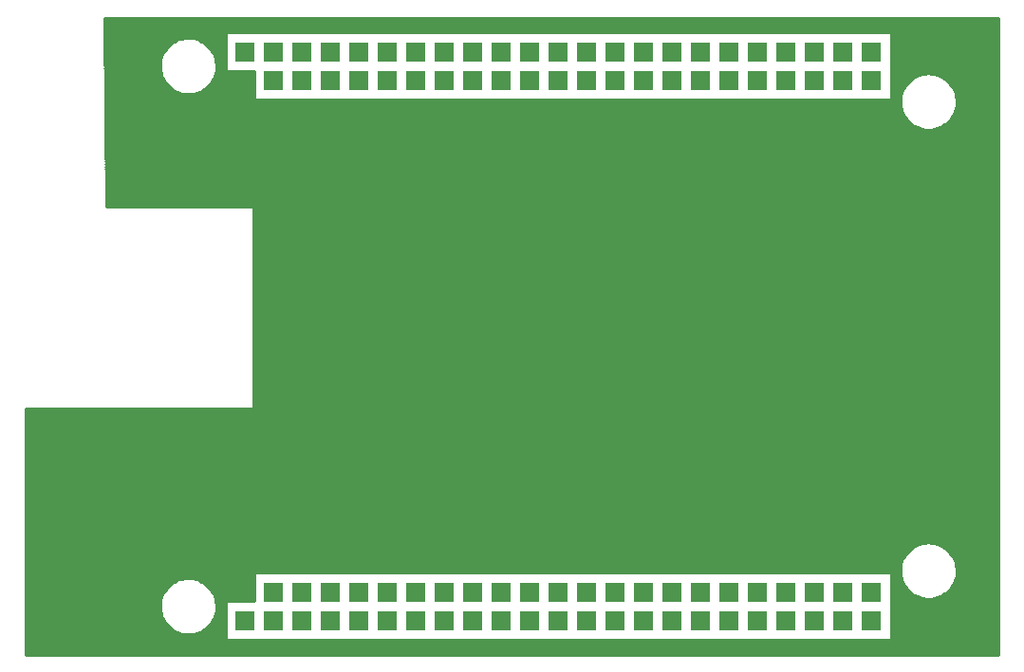
<source format=gbr>
G04 DipTrace 2.4.0.2*
%INBottom.gbr*%
%MOIN*%
%ADD13C,0.01*%
%ADD14R,0.065X0.065*%
%FSLAX44Y44*%
G04*
G70*
G90*
G75*
G01*
%LNBottom*%
%LPD*%
X23751Y36526D2*
D13*
X55131D1*
X23752Y36427D2*
X55131D1*
X23752Y36329D2*
X55131D1*
X23754Y36230D2*
X55131D1*
X23755Y36131D2*
X55131D1*
X23755Y36033D2*
X27992D1*
X51388D2*
X55131D1*
X23757Y35934D2*
X27992D1*
X51388D2*
X55131D1*
X23757Y35835D2*
X26295D1*
X27085D2*
X27992D1*
X51388D2*
X55131D1*
X23759Y35737D2*
X26115D1*
X27265D2*
X27992D1*
X51388D2*
X55131D1*
X23760Y35638D2*
X25995D1*
X27385D2*
X27992D1*
X51388D2*
X55131D1*
X23760Y35539D2*
X25906D1*
X27474D2*
X27992D1*
X51388D2*
X55131D1*
X23762Y35441D2*
X25837D1*
X27543D2*
X27992D1*
X51388D2*
X55131D1*
X23762Y35342D2*
X25784D1*
X27596D2*
X27992D1*
X51388D2*
X55131D1*
X23763Y35243D2*
X25743D1*
X27637D2*
X27992D1*
X51388D2*
X55131D1*
X23763Y35145D2*
X25715D1*
X27665D2*
X27992D1*
X51388D2*
X55131D1*
X23765Y35046D2*
X25698D1*
X27682D2*
X27992D1*
X51388D2*
X55131D1*
X23766Y34947D2*
X25692D1*
X27688D2*
X27992D1*
X51388D2*
X55131D1*
X23766Y34848D2*
X25695D1*
X27685D2*
X27992D1*
X51388D2*
X55131D1*
X23768Y34750D2*
X25707D1*
X27673D2*
X27992D1*
X51388D2*
X55131D1*
X23768Y34651D2*
X25729D1*
X27651D2*
X28992D1*
X51388D2*
X52523D1*
X52857D2*
X55131D1*
X23770Y34552D2*
X25764D1*
X27616D2*
X28992D1*
X51388D2*
X52225D1*
X53155D2*
X55131D1*
X23771Y34454D2*
X25810D1*
X27570D2*
X28992D1*
X51388D2*
X52071D1*
X53309D2*
X55131D1*
X23771Y34355D2*
X25871D1*
X27509D2*
X28992D1*
X51388D2*
X51962D1*
X53418D2*
X55131D1*
X23773Y34256D2*
X25951D1*
X27429D2*
X28992D1*
X51388D2*
X51881D1*
X53499D2*
X55131D1*
X23773Y34158D2*
X26056D1*
X27324D2*
X28992D1*
X51388D2*
X51817D1*
X53563D2*
X55131D1*
X23774Y34059D2*
X26203D1*
X27177D2*
X28992D1*
X51388D2*
X51768D1*
X53612D2*
X55131D1*
X23776Y33960D2*
X26462D1*
X26918D2*
X28992D1*
X51388D2*
X51734D1*
X53646D2*
X55131D1*
X23776Y33862D2*
X28992D1*
X51388D2*
X51709D1*
X53671D2*
X55131D1*
X23777Y33763D2*
X28992D1*
X51388D2*
X51695D1*
X53685D2*
X55131D1*
X23777Y33664D2*
X51692D1*
X53688D2*
X55131D1*
X23779Y33566D2*
X51698D1*
X53682D2*
X55131D1*
X23779Y33467D2*
X51714D1*
X53666D2*
X55131D1*
X23780Y33368D2*
X51740D1*
X53640D2*
X55131D1*
X23782Y33269D2*
X51778D1*
X53602D2*
X55131D1*
X23782Y33171D2*
X51829D1*
X53551D2*
X55131D1*
X23784Y33072D2*
X51896D1*
X53484D2*
X55131D1*
X23784Y32973D2*
X51982D1*
X53398D2*
X55131D1*
X23785Y32875D2*
X52100D1*
X53280D2*
X55131D1*
X23787Y32776D2*
X52268D1*
X53112D2*
X55131D1*
X23787Y32677D2*
X55131D1*
X23788Y32579D2*
X55131D1*
X23788Y32480D2*
X55131D1*
X23790Y32381D2*
X55131D1*
X23790Y32283D2*
X55131D1*
X23791Y32184D2*
X55131D1*
X23793Y32085D2*
X55131D1*
X23793Y31987D2*
X55131D1*
X23795Y31888D2*
X55131D1*
X23795Y31789D2*
X55131D1*
X23796Y31690D2*
X55131D1*
X23798Y31592D2*
X55131D1*
X23798Y31493D2*
X55131D1*
X23799Y31394D2*
X55131D1*
X23799Y31296D2*
X55131D1*
X23801Y31197D2*
X55131D1*
X23801Y31098D2*
X55131D1*
X23802Y31000D2*
X55131D1*
X23804Y30901D2*
X55131D1*
X23804Y30802D2*
X55131D1*
X23805Y30704D2*
X55131D1*
X23805Y30605D2*
X55131D1*
X23807Y30506D2*
X55131D1*
X23809Y30408D2*
X55131D1*
X23809Y30309D2*
X55131D1*
X23810Y30210D2*
X55131D1*
X23810Y30111D2*
X55131D1*
X23812Y30013D2*
X55131D1*
X28999Y29914D2*
X55131D1*
X28999Y29815D2*
X55131D1*
X28999Y29717D2*
X55131D1*
X28999Y29618D2*
X55131D1*
X28999Y29519D2*
X55131D1*
X28999Y29421D2*
X55131D1*
X28999Y29322D2*
X55131D1*
X28999Y29223D2*
X55131D1*
X28999Y29125D2*
X55131D1*
X28999Y29026D2*
X55131D1*
X28999Y28927D2*
X55131D1*
X28999Y28829D2*
X55131D1*
X28999Y28730D2*
X55131D1*
X28999Y28631D2*
X55131D1*
X28999Y28532D2*
X55131D1*
X28999Y28434D2*
X55131D1*
X28999Y28335D2*
X55131D1*
X28999Y28236D2*
X55131D1*
X28999Y28138D2*
X55131D1*
X28999Y28039D2*
X55131D1*
X28999Y27940D2*
X55131D1*
X28999Y27842D2*
X55131D1*
X28999Y27743D2*
X55131D1*
X28999Y27644D2*
X55131D1*
X28999Y27546D2*
X55131D1*
X28999Y27447D2*
X55131D1*
X28999Y27348D2*
X55131D1*
X28999Y27250D2*
X55131D1*
X28999Y27151D2*
X55131D1*
X28999Y27052D2*
X55131D1*
X28999Y26953D2*
X55131D1*
X28999Y26855D2*
X55131D1*
X28999Y26756D2*
X55131D1*
X28999Y26657D2*
X55131D1*
X28999Y26559D2*
X55131D1*
X28999Y26460D2*
X55131D1*
X28999Y26361D2*
X55131D1*
X28999Y26263D2*
X55131D1*
X28999Y26164D2*
X55131D1*
X28999Y26065D2*
X55131D1*
X28999Y25967D2*
X55131D1*
X28999Y25868D2*
X55131D1*
X28999Y25769D2*
X55131D1*
X28999Y25671D2*
X55131D1*
X28999Y25572D2*
X55131D1*
X28999Y25473D2*
X55131D1*
X28999Y25374D2*
X55131D1*
X28999Y25276D2*
X55131D1*
X28999Y25177D2*
X55131D1*
X28999Y25078D2*
X55131D1*
X28999Y24980D2*
X55131D1*
X28999Y24881D2*
X55131D1*
X28999Y24782D2*
X55131D1*
X28999Y24684D2*
X55131D1*
X28999Y24585D2*
X55131D1*
X28999Y24486D2*
X55131D1*
X28999Y24388D2*
X55131D1*
X28999Y24289D2*
X55131D1*
X28999Y24190D2*
X55131D1*
X28999Y24092D2*
X55131D1*
X28999Y23993D2*
X55131D1*
X28999Y23894D2*
X55131D1*
X28999Y23795D2*
X55131D1*
X28999Y23697D2*
X55131D1*
X28999Y23598D2*
X55131D1*
X28999Y23499D2*
X55131D1*
X28999Y23401D2*
X55131D1*
X28999Y23302D2*
X55131D1*
X28999Y23203D2*
X55131D1*
X28999Y23105D2*
X55131D1*
X28999Y23006D2*
X55131D1*
X28996Y22907D2*
X55131D1*
X21000Y22809D2*
X55131D1*
X21000Y22710D2*
X55131D1*
X21000Y22611D2*
X55131D1*
X21000Y22513D2*
X55131D1*
X21000Y22414D2*
X55131D1*
X21000Y22315D2*
X55131D1*
X21000Y22216D2*
X55131D1*
X21000Y22118D2*
X55131D1*
X21000Y22019D2*
X55131D1*
X21000Y21920D2*
X55131D1*
X21000Y21822D2*
X55131D1*
X21000Y21723D2*
X55131D1*
X21000Y21624D2*
X55131D1*
X21000Y21526D2*
X55131D1*
X21000Y21427D2*
X55131D1*
X21000Y21328D2*
X55131D1*
X21000Y21230D2*
X55131D1*
X21000Y21131D2*
X55131D1*
X21000Y21032D2*
X55131D1*
X21000Y20933D2*
X55131D1*
X21000Y20835D2*
X55131D1*
X21000Y20736D2*
X55131D1*
X21000Y20637D2*
X55131D1*
X21000Y20539D2*
X55131D1*
X21000Y20440D2*
X55131D1*
X21000Y20341D2*
X55131D1*
X21000Y20243D2*
X55131D1*
X21000Y20144D2*
X55131D1*
X21000Y20045D2*
X55131D1*
X21000Y19947D2*
X55131D1*
X21000Y19848D2*
X55131D1*
X21000Y19749D2*
X55131D1*
X21000Y19651D2*
X55131D1*
X21000Y19552D2*
X55131D1*
X21000Y19453D2*
X55131D1*
X21000Y19354D2*
X55131D1*
X21000Y19256D2*
X55131D1*
X21000Y19157D2*
X55131D1*
X21000Y19058D2*
X55131D1*
X21000Y18960D2*
X55131D1*
X21000Y18861D2*
X55131D1*
X21000Y18762D2*
X55131D1*
X21000Y18664D2*
X55131D1*
X21000Y18565D2*
X55131D1*
X21000Y18466D2*
X55131D1*
X21000Y18368D2*
X55131D1*
X21000Y18269D2*
X55131D1*
X21000Y18170D2*
X55131D1*
X21000Y18072D2*
X52264D1*
X53116D2*
X55131D1*
X21000Y17973D2*
X52096D1*
X53284D2*
X55131D1*
X21000Y17874D2*
X51981D1*
X53399D2*
X55131D1*
X21000Y17775D2*
X51895D1*
X53485D2*
X55131D1*
X21000Y17677D2*
X51828D1*
X53552D2*
X55131D1*
X21000Y17578D2*
X51778D1*
X53602D2*
X55131D1*
X21000Y17479D2*
X51739D1*
X53641D2*
X55131D1*
X21000Y17381D2*
X51712D1*
X53668D2*
X55131D1*
X21000Y17282D2*
X51696D1*
X53684D2*
X55131D1*
X21000Y17183D2*
X51692D1*
X53688D2*
X55131D1*
X21000Y17085D2*
X28992D1*
X51388D2*
X51695D1*
X53685D2*
X55131D1*
X21000Y16986D2*
X28992D1*
X51388D2*
X51709D1*
X53671D2*
X55131D1*
X21000Y16887D2*
X26453D1*
X26927D2*
X28992D1*
X51388D2*
X51734D1*
X53646D2*
X55131D1*
X21000Y16789D2*
X26198D1*
X27182D2*
X28992D1*
X51388D2*
X51770D1*
X53610D2*
X55131D1*
X21000Y16690D2*
X26054D1*
X27326D2*
X28992D1*
X51388D2*
X51818D1*
X53562D2*
X55131D1*
X21000Y16591D2*
X25950D1*
X27430D2*
X28992D1*
X51388D2*
X51882D1*
X53498D2*
X55131D1*
X21000Y16493D2*
X25870D1*
X27510D2*
X28992D1*
X51388D2*
X51964D1*
X53416D2*
X55131D1*
X21000Y16394D2*
X25809D1*
X27571D2*
X28992D1*
X51388D2*
X52073D1*
X53307D2*
X55131D1*
X21000Y16295D2*
X25764D1*
X27616D2*
X28992D1*
X51388D2*
X52228D1*
X53152D2*
X55131D1*
X21000Y16196D2*
X25729D1*
X27651D2*
X28992D1*
X51388D2*
X52535D1*
X52845D2*
X55131D1*
X21000Y16098D2*
X25706D1*
X27674D2*
X27992D1*
X51388D2*
X55131D1*
X21000Y15999D2*
X25693D1*
X27687D2*
X27992D1*
X51388D2*
X55131D1*
X21000Y15900D2*
X25692D1*
X27688D2*
X27992D1*
X51388D2*
X55131D1*
X21000Y15802D2*
X25700D1*
X27680D2*
X27992D1*
X51388D2*
X55131D1*
X21000Y15703D2*
X25717D1*
X27663D2*
X27992D1*
X51388D2*
X55131D1*
X21000Y15604D2*
X25745D1*
X27635D2*
X27992D1*
X51388D2*
X55131D1*
X21000Y15506D2*
X25784D1*
X27596D2*
X27992D1*
X51388D2*
X55131D1*
X21000Y15407D2*
X25837D1*
X27543D2*
X27992D1*
X51388D2*
X55131D1*
X21000Y15308D2*
X25907D1*
X27473D2*
X27992D1*
X51388D2*
X55131D1*
X21000Y15210D2*
X25996D1*
X27384D2*
X27992D1*
X51388D2*
X55131D1*
X21000Y15111D2*
X26118D1*
X27262D2*
X27992D1*
X51388D2*
X55131D1*
X21000Y15012D2*
X26300D1*
X27080D2*
X27992D1*
X51388D2*
X55131D1*
X21000Y14914D2*
X27992D1*
X51388D2*
X55131D1*
X21000Y14815D2*
X27992D1*
X51388D2*
X55131D1*
X21000Y14716D2*
X55131D1*
X21000Y14617D2*
X55131D1*
X21000Y14519D2*
X55131D1*
X21000Y14420D2*
X55131D1*
X21000Y14321D2*
X55131D1*
X29051Y17114D2*
X30379Y17112D1*
X30551Y17114D1*
X31379Y17112D1*
X31551Y17114D1*
X32379Y17112D1*
X32551Y17114D1*
X33379Y17112D1*
X33551Y17114D1*
X34379Y17112D1*
X34551Y17114D1*
X35379Y17112D1*
X35551Y17114D1*
X36379Y17112D1*
X36551Y17114D1*
X37379Y17112D1*
X37551Y17114D1*
X38379Y17112D1*
X38551Y17114D1*
X39379Y17112D1*
X39551Y17114D1*
X40379Y17112D1*
X40551Y17114D1*
X41379Y17112D1*
X41551Y17114D1*
X42379Y17112D1*
X42551Y17114D1*
X43379Y17112D1*
X43551Y17114D1*
X44379Y17112D1*
X44551Y17114D1*
X45379Y17112D1*
X45551Y17114D1*
X46379Y17112D1*
X46551Y17114D1*
X47379Y17112D1*
X47551Y17114D1*
X48379Y17112D1*
X48551Y17114D1*
X49379Y17112D1*
X49551Y17114D1*
X50379Y17112D1*
X50551Y17114D1*
X51379D1*
X51377Y15736D1*
X51379Y15564D1*
Y14736D1*
X50001Y14737D1*
X49829Y14736D1*
X49001Y14737D1*
X48829Y14736D1*
X48001Y14737D1*
X47829Y14736D1*
X47001Y14737D1*
X46829Y14736D1*
X46001Y14737D1*
X45829Y14736D1*
X45001Y14737D1*
X44829Y14736D1*
X44001Y14737D1*
X43829Y14736D1*
X43001Y14737D1*
X42829Y14736D1*
X42001Y14737D1*
X41829Y14736D1*
X41001Y14737D1*
X40829Y14736D1*
X40001Y14737D1*
X39829Y14736D1*
X39001Y14737D1*
X38829Y14736D1*
X38001Y14737D1*
X37829Y14736D1*
X37001Y14737D1*
X36829Y14736D1*
X36001Y14737D1*
X35829Y14736D1*
X35001Y14737D1*
X34829Y14736D1*
X34001Y14737D1*
X33829Y14736D1*
X33001Y14737D1*
X32829Y14736D1*
X32001Y14737D1*
X31829Y14736D1*
X31001Y14737D1*
X30829Y14736D1*
X30001Y14737D1*
X29829Y14736D1*
X29001Y14737D1*
X28829Y14736D1*
X28001D1*
Y16114D1*
X29003D1*
X29001Y16286D1*
Y17114D1*
X29051D1*
X28051Y36114D2*
X29379Y36112D1*
X29551Y36114D1*
X30379Y36112D1*
X30551Y36114D1*
X31379Y36112D1*
X31551Y36114D1*
X32379Y36112D1*
X32551Y36114D1*
X33379Y36112D1*
X33551Y36114D1*
X34379Y36112D1*
X34551Y36114D1*
X35379Y36112D1*
X35551Y36114D1*
X36379Y36112D1*
X36551Y36114D1*
X37379Y36112D1*
X37551Y36114D1*
X38379Y36112D1*
X38551Y36114D1*
X39379Y36112D1*
X39551Y36114D1*
X40379Y36112D1*
X40551Y36114D1*
X41379Y36112D1*
X41551Y36114D1*
X42379Y36112D1*
X42551Y36114D1*
X43379Y36112D1*
X43551Y36114D1*
X44379Y36112D1*
X44551Y36114D1*
X45379Y36112D1*
X45551Y36114D1*
X46379Y36112D1*
X46551Y36114D1*
X47379Y36112D1*
X47551Y36114D1*
X48379Y36112D1*
X48551Y36114D1*
X49379Y36112D1*
X49551Y36114D1*
X50379Y36112D1*
X50551Y36114D1*
X51379D1*
X51377Y34736D1*
X51379Y34564D1*
Y33736D1*
X50001Y33737D1*
X49829Y33736D1*
X49001Y33737D1*
X48829Y33736D1*
X48001Y33737D1*
X47829Y33736D1*
X47001Y33737D1*
X46829Y33736D1*
X46001Y33737D1*
X45829Y33736D1*
X45001Y33737D1*
X44829Y33736D1*
X44001Y33737D1*
X43829Y33736D1*
X43001Y33737D1*
X42829Y33736D1*
X42001Y33737D1*
X41829Y33736D1*
X41001Y33737D1*
X40829Y33736D1*
X40001Y33737D1*
X39829Y33736D1*
X39001Y33737D1*
X38829Y33736D1*
X38001Y33737D1*
X37829Y33736D1*
X37001Y33737D1*
X36829Y33736D1*
X36001Y33737D1*
X35829Y33736D1*
X35001Y33737D1*
X34829Y33736D1*
X34001Y33737D1*
X33829Y33736D1*
X33001Y33737D1*
X32829Y33736D1*
X32001Y33737D1*
X31829Y33736D1*
X31001Y33737D1*
X30829Y33736D1*
X30001Y33737D1*
X29829Y33736D1*
X29001D1*
Y34737D1*
X28829Y34736D1*
X28001D1*
Y36114D1*
X28051D1*
X53678Y33625D2*
X53668Y33525D1*
X53648Y33427D1*
X53618Y33332D1*
X53578Y33240D1*
X53530Y33153D1*
X53473Y33071D1*
X53408Y32995D1*
X53336Y32926D1*
X53257Y32864D1*
X53172Y32811D1*
X53082Y32767D1*
X52989Y32732D1*
X52892Y32707D1*
X52793Y32691D1*
X52694Y32686D1*
X52594Y32691D1*
X52495Y32705D1*
X52398Y32730D1*
X52304Y32764D1*
X52214Y32808D1*
X52129Y32860D1*
X52050Y32921D1*
X51977Y32990D1*
X51911Y33065D1*
X51854Y33147D1*
X51805Y33234D1*
X51765Y33326D1*
X51734Y33421D1*
X51713Y33518D1*
X51703Y33618D1*
X51702Y33718D1*
X51711Y33817D1*
X51731Y33915D1*
X51760Y34011D1*
X51799Y34103D1*
X51846Y34191D1*
X51903Y34273D1*
X51967Y34350D1*
X52039Y34419D1*
X52117Y34481D1*
X52202Y34535D1*
X52291Y34580D1*
X52385Y34615D1*
X52481Y34642D1*
X52580Y34658D1*
X52679Y34664D1*
X52779Y34660D1*
X52878Y34646D1*
X52975Y34622D1*
X53069Y34588D1*
X53160Y34545D1*
X53245Y34493D1*
X53325Y34433D1*
X53398Y34365D1*
X53464Y34290D1*
X53522Y34209D1*
X53572Y34122D1*
X53613Y34031D1*
X53644Y33936D1*
X53665Y33838D1*
X53677Y33739D1*
X53678Y33625D1*
Y17125D2*
X53668Y17025D1*
X53648Y16927D1*
X53618Y16832D1*
X53578Y16740D1*
X53530Y16653D1*
X53473Y16571D1*
X53408Y16495D1*
X53336Y16426D1*
X53257Y16364D1*
X53172Y16311D1*
X53082Y16267D1*
X52989Y16232D1*
X52892Y16207D1*
X52793Y16191D1*
X52694Y16186D1*
X52594Y16191D1*
X52495Y16205D1*
X52398Y16230D1*
X52304Y16264D1*
X52214Y16308D1*
X52129Y16360D1*
X52050Y16421D1*
X51977Y16490D1*
X51911Y16565D1*
X51854Y16647D1*
X51805Y16734D1*
X51765Y16826D1*
X51734Y16921D1*
X51713Y17018D1*
X51703Y17118D1*
X51702Y17218D1*
X51711Y17317D1*
X51731Y17415D1*
X51760Y17511D1*
X51799Y17603D1*
X51846Y17691D1*
X51903Y17773D1*
X51967Y17850D1*
X52039Y17919D1*
X52117Y17981D1*
X52202Y18035D1*
X52291Y18080D1*
X52385Y18115D1*
X52481Y18142D1*
X52580Y18158D1*
X52679Y18164D1*
X52779Y18160D1*
X52878Y18146D1*
X52975Y18122D1*
X53069Y18088D1*
X53160Y18045D1*
X53245Y17993D1*
X53325Y17933D1*
X53398Y17865D1*
X53464Y17790D1*
X53522Y17709D1*
X53572Y17622D1*
X53613Y17531D1*
X53644Y17436D1*
X53665Y17338D1*
X53677Y17239D1*
X53678Y17125D1*
X27678Y34875D2*
X27668Y34775D1*
X27648Y34677D1*
X27618Y34582D1*
X27578Y34490D1*
X27530Y34403D1*
X27473Y34321D1*
X27408Y34245D1*
X27336Y34176D1*
X27257Y34114D1*
X27172Y34061D1*
X27082Y34017D1*
X26989Y33982D1*
X26892Y33957D1*
X26793Y33941D1*
X26694Y33936D1*
X26594Y33941D1*
X26495Y33955D1*
X26398Y33980D1*
X26304Y34014D1*
X26214Y34058D1*
X26129Y34110D1*
X26050Y34171D1*
X25977Y34240D1*
X25911Y34315D1*
X25854Y34397D1*
X25805Y34484D1*
X25765Y34576D1*
X25734Y34671D1*
X25713Y34768D1*
X25703Y34868D1*
X25702Y34968D1*
X25711Y35067D1*
X25731Y35165D1*
X25760Y35261D1*
X25799Y35353D1*
X25846Y35441D1*
X25903Y35523D1*
X25967Y35600D1*
X26039Y35669D1*
X26117Y35731D1*
X26202Y35785D1*
X26291Y35830D1*
X26385Y35865D1*
X26481Y35892D1*
X26580Y35908D1*
X26679Y35914D1*
X26779Y35910D1*
X26878Y35896D1*
X26975Y35872D1*
X27069Y35838D1*
X27160Y35795D1*
X27245Y35743D1*
X27325Y35683D1*
X27398Y35615D1*
X27464Y35540D1*
X27522Y35459D1*
X27572Y35372D1*
X27613Y35281D1*
X27644Y35186D1*
X27665Y35088D1*
X27677Y34989D1*
X27678Y34875D1*
Y15875D2*
X27668Y15775D1*
X27648Y15677D1*
X27618Y15582D1*
X27578Y15490D1*
X27530Y15403D1*
X27473Y15321D1*
X27408Y15245D1*
X27336Y15176D1*
X27257Y15114D1*
X27172Y15061D1*
X27082Y15017D1*
X26989Y14982D1*
X26892Y14957D1*
X26793Y14941D1*
X26694Y14936D1*
X26594Y14941D1*
X26495Y14955D1*
X26398Y14980D1*
X26304Y15014D1*
X26214Y15058D1*
X26129Y15110D1*
X26050Y15171D1*
X25977Y15240D1*
X25911Y15315D1*
X25854Y15397D1*
X25805Y15484D1*
X25765Y15576D1*
X25734Y15671D1*
X25713Y15768D1*
X25703Y15868D1*
X25702Y15968D1*
X25711Y16067D1*
X25731Y16165D1*
X25760Y16261D1*
X25799Y16353D1*
X25846Y16441D1*
X25903Y16523D1*
X25967Y16600D1*
X26039Y16669D1*
X26117Y16731D1*
X26202Y16785D1*
X26291Y16830D1*
X26385Y16865D1*
X26481Y16892D1*
X26580Y16908D1*
X26679Y16914D1*
X26779Y16910D1*
X26878Y16896D1*
X26975Y16872D1*
X27069Y16838D1*
X27160Y16795D1*
X27245Y16743D1*
X27325Y16683D1*
X27398Y16615D1*
X27464Y16540D1*
X27522Y16459D1*
X27572Y16372D1*
X27613Y16281D1*
X27644Y16186D1*
X27665Y16088D1*
X27677Y15989D1*
X27678Y15875D1*
X23740Y36624D2*
X23803Y29975D1*
X28940D1*
X28982Y29950D1*
X28990Y29925D1*
Y22925D1*
X28966Y22883D1*
X28940Y22875D1*
X20990D1*
Y14225D1*
X55140D1*
Y36625D1*
X23742D1*
D14*
X28690Y16425D3*
X29690D3*
X30690D3*
X31690D3*
X32690D3*
X33690D3*
X34690D3*
X35690D3*
X36690D3*
X37690D3*
X38690D3*
X39690D3*
X40690D3*
X41690D3*
X42690D3*
X43690D3*
X44690D3*
X45690D3*
X46690D3*
X47690D3*
X48690D3*
X49690D3*
X50690D3*
Y15425D3*
X49690D3*
X48690D3*
X47690D3*
X46690D3*
X45690D3*
X44690D3*
X43690D3*
X42690D3*
X41690D3*
X40690D3*
X39690D3*
X38690D3*
X37690D3*
X36690D3*
X35690D3*
X34690D3*
X33690D3*
X32690D3*
X31690D3*
X30690D3*
X29690D3*
X28690D3*
Y35425D3*
X29690D3*
X30690D3*
X31690D3*
X32690D3*
X33690D3*
X34690D3*
X35690D3*
X36690D3*
X37690D3*
X38690D3*
X39690D3*
X40690D3*
X41690D3*
X42690D3*
X43690D3*
X44690D3*
X45690D3*
X46690D3*
X47690D3*
X48690D3*
X49690D3*
X50690D3*
Y34425D3*
X49690D3*
X48690D3*
X47690D3*
X46690D3*
X45690D3*
X44690D3*
X43690D3*
X42690D3*
X41690D3*
X40690D3*
X39690D3*
X38690D3*
X37690D3*
X36690D3*
X35690D3*
X34690D3*
X33690D3*
X32690D3*
X31690D3*
X30690D3*
X29690D3*
X28690D3*
M02*

</source>
